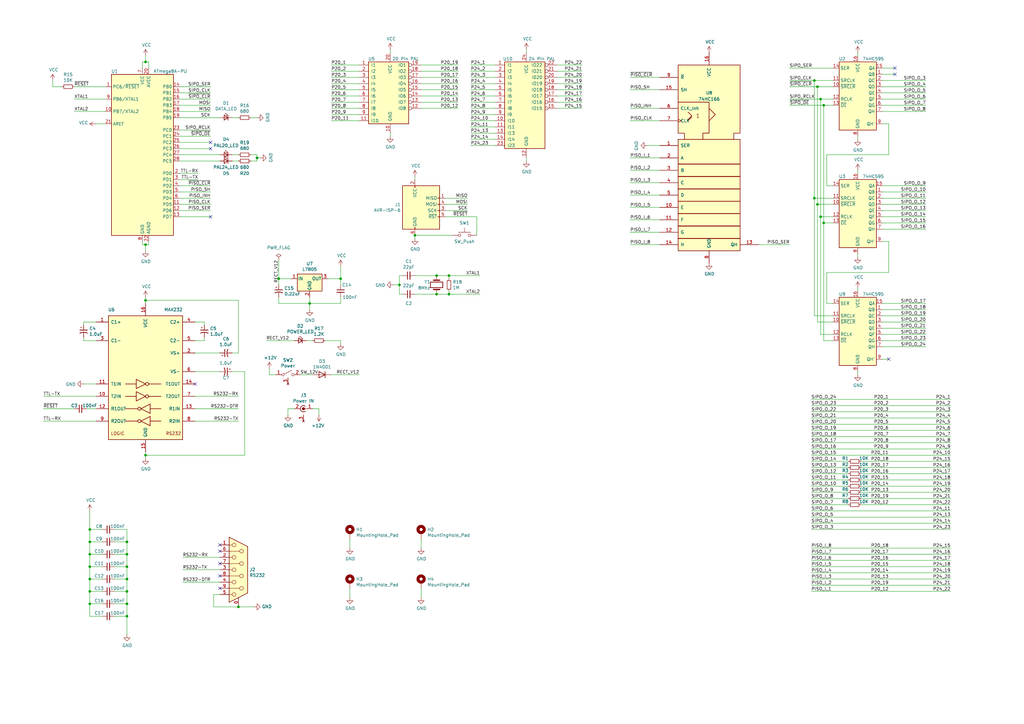
<source format=kicad_sch>
(kicad_sch (version 20230121) (generator eeschema)
  (paper "A3")
  (title_block (title "DuPAL"))
  (lib_symbols
    (symbol "74xx:74HC595"
      (property "Reference" "U" (at -7.62 13.97 0))
      (property "Value" "74HC595" (at -7.62 -16.51 0))
      (symbol "74HC595_1_0"
        (pin tri_state line (at 10.16 7.62 180) (length 2.54) (name "QB") (number "1"))
        (pin input line (at -10.16 2.54 0) (length 2.54) (name "~{SRCLR}") (number "10"))
        (pin input line (at -10.16 5.08 0) (length 2.54) (name "SRCLK") (number "11"))
        (pin input line (at -10.16 -2.54 0) (length 2.54) (name "RCLK") (number "12"))
        (pin input line (at -10.16 -5.08 0) (length 2.54) (name "~{OE}") (number "13"))
        (pin input line (at -10.16 10.16 0) (length 2.54) (name "SER") (number "14"))
        (pin tri_state line (at 10.16 10.16 180) (length 2.54) (name "QA") (number "15"))
        (pin power_in line (at 0 15.24 270) (length 2.54) (name "VCC") (number "16"))
        (pin tri_state line (at 10.16 5.08 180) (length 2.54) (name "QC") (number "2"))
        (pin tri_state line (at 10.16 2.54 180) (length 2.54) (name "QD") (number "3"))
        (pin tri_state line (at 10.16 0 180) (length 2.54) (name "QE") (number "4"))
        (pin tri_state line (at 10.16 -2.54 180) (length 2.54) (name "QF") (number "5"))
        (pin tri_state line (at 10.16 -5.08 180) (length 2.54) (name "QG") (number "6"))
        (pin tri_state line (at 10.16 -7.62 180) (length 2.54) (name "QH") (number "7"))
        (pin power_in line (at 0 -17.78 90) (length 2.54) (name "GND") (number "8"))
        (pin output line (at 10.16 -12.7 180) (length 2.54) (name "QH'") (number "9"))
      )
    )
    (symbol "74xx_IEEE:74166" (pin_names (offset 1.016))
      (property "Reference" "U8" (at 0 21.59 0))
      (property "Value" "74HC166" (at 0 19.05 0))
      (symbol "74166_0_0"
        (text "1" (at -4.572 12.192 0) (effects (font (size 1.524 1.524))))
      )
      (symbol "74166_0_1"
        (pin power_in line (at 0 -48.26 90) (length 5.08) (name "GND") (number "8"))
      )
      (symbol "74166_1_1"
        (pin input line (at -20.32 0 0) (length 7.62) (name "SER") (number "1"))
        (pin input line (at -20.32 -25.4 0) (length 7.62) (name "E") (number "10"))
        (pin input line (at -20.32 -30.48 0) (length 7.62) (name "F") (number "11"))
        (pin input line (at -20.32 -35.56 0) (length 7.62) (name "G") (number "12"))
        (pin tri_state line (at 20.32 -40.64 180) (length 7.62) (name "QH") (number "13"))
        (pin input line (at -20.32 -40.64 0) (length 7.62) (name "H") (number "14"))
        (pin input line (at -20.32 22.86 0) (length 7.62) (name "SH") (number "15"))
        (pin power_in line (at 0 38.1 270) (length 5.08) (name "VCC") (number "16"))
        (pin input line (at -20.32 -5.08 0) (length 7.62) (name "A") (number "2"))
        (pin input line (at -20.32 -10.16 0) (length 7.62) (name "B") (number "3"))
        (pin input line (at -20.32 -15.24 0) (length 7.62) (name "C") (number "4"))
        (pin input line (at -20.32 -20.32 0) (length 7.62) (name "D") (number "5"))
        (pin input line (at -20.32 15.24 0) (length 7.62) (name "CLK_Inh") (number "6"))
        (pin input clock (at -20.32 10.16 0) (length 7.62) (name "CLK") (number "7"))
        (pin input line (at -20.32 27.94 0) (length 7.62) (name "~{R}") (number "9"))
      )
    )
    (symbol "Connector:AVR-ISP-6" (pin_names (offset 1.016))
      (property "Reference" "J" (at -6.35 11.43 0))
      (property "Value" "AVR-ISP-6" (at 0 11.43 0))
      (symbol "AVR-ISP-6_1_1"
        (pin passive line (at 10.16 5.08 180) (length 2.54) (name "MISO") (number "1"))
        (pin passive line (at -2.54 12.7 270) (length 2.54) (name "VCC") (number "2"))
        (pin passive line (at 10.16 0 180) (length 2.54) (name "SCK") (number "3"))
        (pin passive line (at 10.16 2.54 180) (length 2.54) (name "MOSI") (number "4"))
        (pin passive line (at 10.16 -2.54 180) (length 2.54) (name "~{RST}") (number "5"))
        (pin passive line (at -2.54 -10.16 90) (length 2.54) (name "GND") (number "6"))
      )
    )
    (symbol "Connector:Conn_Coaxial_Power" (pin_names (offset 1.016) hide)
      (property "Reference" "J3" (at -5.5118 -1.27 90))
      (property "Value" "Power IN" (at -3.2004 -1.27 90))
      (symbol "Conn_Coaxial_Power_1_1"
        (pin passive line (at 0 2.54 270) (length 2.54) (name "In") (number "1"))
        (pin passive line (at 0 -5.08 90) (length 2.54) (name "Ext") (number "2"))
        (pin no_connect line (at 5.08 -1.27 180) (length 2.54) (name "") (number "3"))
      )
    )
    (symbol "Connector:DE9_Receptacle_MountingHoles" (pin_names (offset 1.016) hide)
      (property "Reference" "J" (at 0 16.51 0))
      (property "Value" "DE9_Receptacle_MountingHoles" (at 0 14.605 0))
      (symbol "DE9_Receptacle_MountingHoles_1_1"
        (pin passive line (at 0 -15.24 90) (length 3.81) (name "PAD") (number "0"))
        (pin passive line (at -7.62 10.16 0) (length 3.81) (name "1") (number "1"))
        (pin passive line (at -7.62 5.08 0) (length 3.81) (name "2") (number "2"))
        (pin passive line (at -7.62 0 0) (length 3.81) (name "3") (number "3"))
        (pin passive line (at -7.62 -5.08 0) (length 3.81) (name "4") (number "4"))
        (pin passive line (at -7.62 -10.16 0) (length 3.81) (name "5") (number "5"))
        (pin passive line (at -7.62 7.62 0) (length 3.81) (name "6") (number "6"))
        (pin passive line (at -7.62 2.54 0) (length 3.81) (name "7") (number "7"))
        (pin passive line (at -7.62 -2.54 0) (length 3.81) (name "8") (number "8"))
        (pin passive line (at -7.62 -7.62 0) (length 3.81) (name "9") (number "9"))
      )
    )
    (symbol "Device:C_Polarized_Small_US" (pin_numbers hide) (pin_names (offset 0.254) hide)
      (property "Reference" "C" (at 0.254 1.778 0))
      (property "Value" "C_Polarized_Small_US" (at 0.254 -2.032 0))
      (symbol "C_Polarized_Small_US_1_1"
        (pin passive line (at 0 2.54 270) (length 2.032) (name "~") (number "1"))
        (pin passive line (at 0 -2.54 90) (length 2.032) (name "~") (number "2"))
      )
    )
    (symbol "Device:C_Small" (pin_numbers hide) (pin_names (offset 0.254) hide)
      (property "Reference" "C" (at 0.254 1.778 0))
      (property "Value" "C_Small" (at 0.254 -2.032 0))
      (symbol "C_Small_1_1"
        (pin passive line (at 0 2.54 270) (length 2.032) (name "~") (number "1"))
        (pin passive line (at 0 -2.54 90) (length 2.032) (name "~") (number "2"))
      )
    )
    (symbol "Device:Crystal" (pin_numbers hide) (pin_names (offset 1.016) hide)
      (property "Reference" "Y" (at 0 3.81 0))
      (property "Value" "Crystal" (at 0 -3.81 0))
      (symbol "Crystal_1_1"
        (pin passive line (at -3.81 0 0) (length 1.27) (name "1") (number "1"))
        (pin passive line (at 3.81 0 180) (length 1.27) (name "2") (number "2"))
      )
    )
    (symbol "Device:LED_Small" (pin_numbers hide) (pin_names (offset 0.254) hide)
      (property "Reference" "D" (at -1.27 3.175 0))
      (property "Value" "LED_Small" (at -4.445 -2.54 0))
      (symbol "LED_Small_1_1"
        (pin passive line (at -2.54 0 0) (length 1.778) (name "K") (number "1"))
        (pin passive line (at 2.54 0 180) (length 1.778) (name "A") (number "2"))
      )
    )
    (symbol "Device:R_Small" (pin_numbers hide) (pin_names (offset 0.254) hide)
      (property "Reference" "R" (at 0.762 0.508 0))
      (property "Value" "R_Small" (at 0.762 -1.016 0))
      (symbol "R_Small_1_1"
        (pin passive line (at 0 2.54 270) (length 0.762) (name "~") (number "1"))
        (pin passive line (at 0 -2.54 90) (length 0.762) (name "~") (number "2"))
      )
    )
    (symbol "Diode:1N4001" (pin_numbers hide) (pin_names hide)
      (property "Reference" "D" (at 0 2.54 0))
      (property "Value" "1N4001" (at 0 -2.54 0))
      (symbol "1N4001_1_1"
        (pin passive line (at -3.81 0 0) (length 2.54) (name "K") (number "1"))
        (pin passive line (at 3.81 0 180) (length 2.54) (name "A") (number "2"))
      )
    )
    (symbol "Interface_UART:MAX232" (pin_names (offset 1.016))
      (property "Reference" "U" (at -2.54 28.575 0))
      (property "Value" "MAX232" (at -2.54 26.67 0))
      (symbol "MAX232_0_0"
        (text "LOGIC" (at -11.43 -22.86 0) (effects (font (size 1.27 1.27))))
        (text "RS232" (at 11.43 -22.86 0) (effects (font (size 1.27 1.27))))
      )
      (symbol "MAX232_1_1"
        (pin passive line (at -20.32 22.86 0) (length 5.08) (name "C1+") (number "1"))
        (pin input line (at -20.32 -7.62 0) (length 5.08) (name "T2IN") (number "10"))
        (pin input line (at -20.32 -2.54 0) (length 5.08) (name "T1IN") (number "11"))
        (pin output line (at -20.32 -12.7 0) (length 5.08) (name "R1OUT") (number "12"))
        (pin input line (at 20.32 -12.7 180) (length 5.08) (name "R1IN") (number "13"))
        (pin output line (at 20.32 -2.54 180) (length 5.08) (name "T1OUT") (number "14"))
        (pin power_in line (at 0 -30.48 90) (length 5.08) (name "GND") (number "15"))
        (pin power_in line (at 0 30.48 270) (length 5.08) (name "VCC") (number "16"))
        (pin power_out line (at 20.32 10.16 180) (length 5.08) (name "VS+") (number "2"))
        (pin passive line (at -20.32 15.24 0) (length 5.08) (name "C1-") (number "3"))
        (pin passive line (at 20.32 22.86 180) (length 5.08) (name "C2+") (number "4"))
        (pin passive line (at 20.32 15.24 180) (length 5.08) (name "C2-") (number "5"))
        (pin power_out line (at 20.32 2.54 180) (length 5.08) (name "VS-") (number "6"))
        (pin output line (at 20.32 -7.62 180) (length 5.08) (name "T2OUT") (number "7"))
        (pin input line (at 20.32 -17.78 180) (length 5.08) (name "R2IN") (number "8"))
        (pin output line (at -20.32 -17.78 0) (length 5.08) (name "R2OUT") (number "9"))
      )
    )
    (symbol "Logic_Programmable:PAL16L8" (pin_names (offset 1.016))
      (property "Reference" "U" (at -8.89 16.51 0))
      (property "Value" "PAL16L8" (at 1.27 16.51 0))
      (symbol "PAL16L8_0_0"
        (pin power_in line (at 0 -15.24 90) (length 3.81) (name "GND") (number "10"))
        (pin power_in line (at 0 17.78 270) (length 3.81) (name "VCC") (number "20"))
      )
      (symbol "PAL16L8_1_1"
        (pin input line (at -12.7 12.7 0) (length 3.81) (name "I1") (number "1"))
        (pin input line (at -12.7 -10.16 0) (length 3.81) (name "I10") (number "11"))
        (pin tri_state inverted (at 12.7 -5.08 180) (length 5.08) (name "IO8") (number "12"))
        (pin tri_state inverted (at 12.7 -2.54 180) (length 5.08) (name "IO7") (number "13"))
        (pin tri_state inverted (at 12.7 0 180) (length 5.08) (name "IO6") (number "14"))
        (pin tri_state inverted (at 12.7 2.54 180) (length 5.08) (name "IO5") (number "15"))
        (pin tri_state inverted (at 12.7 5.08 180) (length 5.08) (name "IO4") (number "16"))
        (pin tri_state inverted (at 12.7 7.62 180) (length 5.08) (name "I03") (number "17"))
        (pin tri_state inverted (at 12.7 10.16 180) (length 5.08) (name "IO2") (number "18"))
        (pin tri_state inverted (at 12.7 12.7 180) (length 5.08) (name "IO1") (number "19"))
        (pin input line (at -12.7 10.16 0) (length 3.81) (name "I2") (number "2"))
        (pin input line (at -12.7 7.62 0) (length 3.81) (name "I3") (number "3"))
        (pin input line (at -12.7 5.08 0) (length 3.81) (name "I4") (number "4"))
        (pin input line (at -12.7 2.54 0) (length 3.81) (name "I5") (number "5"))
        (pin input line (at -12.7 0 0) (length 3.81) (name "I6") (number "6"))
        (pin input line (at -12.7 -2.54 0) (length 3.81) (name "I7") (number "7"))
        (pin input line (at -12.7 -5.08 0) (length 3.81) (name "I8") (number "8"))
        (pin input line (at -12.7 -7.62 0) (length 3.81) (name "I9") (number "9"))
      )
    )
    (symbol "Logic_Programmable:PAL20L8" (pin_names (offset 1.016))
      (property "Reference" "U" (at -8.89 21.59 0))
      (property "Value" "PAL20L8" (at 1.27 21.59 0))
      (symbol "PAL20L8_0_0"
        (pin power_in line (at 0 -20.32 90) (length 3.81) (name "GND") (number "12"))
        (pin power_in line (at 0 22.86 270) (length 3.81) (name "VCC") (number "24"))
      )
      (symbol "PAL20L8_1_1"
        (pin input line (at -12.7 17.78 0) (length 3.81) (name "I1") (number "1"))
        (pin input line (at -12.7 -5.08 0) (length 3.81) (name "I10") (number "10"))
        (pin input line (at -12.7 -7.62 0) (length 3.81) (name "I11") (number "11"))
        (pin input line (at -12.7 -10.16 0) (length 3.81) (name "I13") (number "13"))
        (pin input line (at -12.7 -12.7 0) (length 3.81) (name "I14") (number "14"))
        (pin tri_state inverted (at 12.7 0 180) (length 5.08) (name "IO15") (number "15"))
        (pin tri_state inverted (at 12.7 2.54 180) (length 5.08) (name "IO16") (number "16"))
        (pin tri_state inverted (at 12.7 5.08 180) (length 5.08) (name "IO17") (number "17"))
        (pin tri_state inverted (at 12.7 7.62 180) (length 5.08) (name "IO18") (number "18"))
        (pin tri_state inverted (at 12.7 10.16 180) (length 5.08) (name "IO19") (number "19"))
        (pin input line (at -12.7 15.24 0) (length 3.81) (name "I2") (number "2"))
        (pin tri_state inverted (at 12.7 12.7 180) (length 5.08) (name "I020") (number "20"))
        (pin tri_state inverted (at 12.7 15.24 180) (length 5.08) (name "IO21") (number "21"))
        (pin tri_state inverted (at 12.7 17.78 180) (length 5.08) (name "IO22") (number "22"))
        (pin input line (at -12.7 -15.24 0) (length 3.81) (name "I23") (number "23"))
        (pin input line (at -12.7 12.7 0) (length 3.81) (name "I3") (number "3"))
        (pin input line (at -12.7 10.16 0) (length 3.81) (name "I4") (number "4"))
        (pin input line (at -12.7 7.62 0) (length 3.81) (name "I5") (number "5"))
        (pin input line (at -12.7 5.08 0) (length 3.81) (name "I6") (number "6"))
        (pin input line (at -12.7 2.54 0) (length 3.81) (name "I7") (number "7"))
        (pin input line (at -12.7 0 0) (length 3.81) (name "I8") (number "8"))
        (pin input line (at -12.7 -2.54 0) (length 3.81) (name "I9") (number "9"))
      )
    )
    (symbol "MCU_Microchip_ATmega:ATmega8A-P"
      (property "Reference" "U" (at -12.7 34.29 0))
      (property "Value" "ATmega8A-P" (at 5.08 -34.29 0))
      (symbol "ATmega8A-P_1_1"
        (pin bidirectional line (at -15.24 27.94 0) (length 2.54) (name "PC6/~{RESET}") (number "1"))
        (pin bidirectional line (at -15.24 17.78 0) (length 2.54) (name "PB7/XTAL2") (number "10"))
        (pin bidirectional line (at 15.24 -20.32 180) (length 2.54) (name "PD5") (number "11"))
        (pin bidirectional line (at 15.24 -22.86 180) (length 2.54) (name "PD6") (number "12"))
        (pin bidirectional line (at 15.24 -25.4 180) (length 2.54) (name "PD7") (number "13"))
        (pin bidirectional line (at 15.24 27.94 180) (length 2.54) (name "PB0") (number "14"))
        (pin bidirectional line (at 15.24 25.4 180) (length 2.54) (name "PB1") (number "15"))
        (pin bidirectional line (at 15.24 22.86 180) (length 2.54) (name "PB2") (number "16"))
        (pin bidirectional line (at 15.24 20.32 180) (length 2.54) (name "PB3") (number "17"))
        (pin bidirectional line (at 15.24 17.78 180) (length 2.54) (name "PB4") (number "18"))
        (pin bidirectional line (at 15.24 15.24 180) (length 2.54) (name "PB5") (number "19"))
        (pin bidirectional line (at 15.24 -7.62 180) (length 2.54) (name "PD0") (number "2"))
        (pin power_in line (at 2.54 35.56 270) (length 2.54) (name "AVCC") (number "20"))
        (pin passive line (at -15.24 12.7 0) (length 2.54) (name "AREF") (number "21"))
        (pin power_in line (at 2.54 -35.56 90) (length 2.54) (name "AGND") (number "22"))
        (pin bidirectional line (at 15.24 10.16 180) (length 2.54) (name "PC0") (number "23"))
        (pin bidirectional line (at 15.24 7.62 180) (length 2.54) (name "PC1") (number "24"))
        (pin bidirectional line (at 15.24 5.08 180) (length 2.54) (name "PC2") (number "25"))
        (pin bidirectional line (at 15.24 2.54 180) (length 2.54) (name "PC3") (number "26"))
        (pin bidirectional line (at 15.24 0 180) (length 2.54) (name "PC4") (number "27"))
        (pin bidirectional line (at 15.24 -2.54 180) (length 2.54) (name "PC5") (number "28"))
        (pin bidirectional line (at 15.24 -10.16 180) (length 2.54) (name "PD1") (number "3"))
        (pin bidirectional line (at 15.24 -12.7 180) (length 2.54) (name "PD2") (number "4"))
        (pin bidirectional line (at 15.24 -15.24 180) (length 2.54) (name "PD3") (number "5"))
        (pin bidirectional line (at 15.24 -17.78 180) (length 2.54) (name "PD4") (number "6"))
        (pin power_in line (at 0 35.56 270) (length 2.54) (name "VCC") (number "7"))
        (pin power_in line (at 0 -35.56 90) (length 2.54) (name "GND") (number "8"))
        (pin bidirectional line (at -15.24 22.86 0) (length 2.54) (name "PB6/XTAL1") (number "9"))
      )
    )
    (symbol "Mechanical:MountingHole_Pad" (pin_numbers hide) (pin_names (offset 1.016) hide)
      (property "Reference" "H" (at 0 6.35 0))
      (property "Value" "MountingHole_Pad" (at 0 4.445 0))
      (symbol "MountingHole_Pad_1_1"
        (pin input line (at 0 -2.54 90) (length 2.54) (name "1") (number "1"))
      )
    )
    (symbol "Regulator_Linear:L7805" (pin_names (offset 0.254))
      (property "Reference" "U" (at -3.81 3.175 0))
      (property "Value" "L7805" (at 0 3.175 0))
      (symbol "L7805_1_1"
        (pin power_in line (at -7.62 0 0) (length 2.54) (name "IN") (number "1"))
        (pin power_in line (at 0 -7.62 90) (length 2.54) (name "GND") (number "2"))
        (pin power_out line (at 7.62 0 180) (length 2.54) (name "OUT") (number "3"))
      )
    )
    (symbol "Switch:SW_Push" (pin_numbers hide) (pin_names (offset 1.016) hide)
      (property "Reference" "SW" (at 1.27 2.54 0))
      (property "Value" "SW_Push" (at 0 -1.524 0))
      (symbol "SW_Push_0_1"
        (pin passive line (at -5.08 0 0) (length 2.54) (name "1") (number "1"))
        (pin passive line (at 5.08 0 180) (length 2.54) (name "2") (number "2"))
      )
    )
    (symbol "Switch:SW_SPST" (pin_names (offset 0) hide)
      (property "Reference" "SW2" (at 0 5.969 0))
      (property "Value" "Power" (at 0 3.6576 0))
      (symbol "SW_SPST_1_1"
        (pin passive line (at -5.08 0 0) (length 2.54) (name "A") (number "1"))
        (pin passive line (at 5.08 0 180) (length 2.54) (name "B") (number "2"))
        (pin no_connect line (at 0 -3.81 90) (length 2.54) (name "") (number "3"))
      )
    )
    (symbol "power:+12V" (power) (pin_names (offset 0))
      (property "Value" "+12V" (at 0 3.556 0))
      (symbol "+12V_1_1"
        (pin power_in line (at 0 0 90) (length 0) hide (name "+12V") (number "1"))
      )
    )
    (symbol "power:GND" (power) (pin_names (offset 0))
      (property "Value" "GND" (at 0 -3.81 0))
      (symbol "GND_1_1"
        (pin power_in line (at 0 0 270) (length 0) hide (name "GND") (number "1"))
      )
    )
    (symbol "power:PWR_FLAG" (power) (pin_numbers hide) (pin_names (offset 0) hide)
      (property "Value" "PWR_FLAG" (at 0 3.81 0))
      (symbol "PWR_FLAG_0_0"
        (pin power_out line (at 0 0 90) (length 0) (name "pwr") (number "1"))
      )
    )
    (symbol "power:VCC" (power) (pin_names (offset 0))
      (property "Value" "VCC" (at 0 3.81 0))
      (symbol "VCC_1_1"
        (pin power_in line (at 0 0 90) (length 0) hide (name "VCC") (number "1"))
      )
    )
  )
  (junction (at 36.83 227.33))
  (junction (at 170.18 96.52))
  (junction (at 105.41 64.77))
  (junction (at 52.07 227.33))
  (junction (at 59.69 25.4))
  (junction (at 336.55 88.9))
  (junction (at 97.79 248.92))
  (junction (at 36.83 247.65))
  (junction (at 163.83 116.84))
  (junction (at 36.83 242.57))
  (junction (at 114.3 114.3))
  (junction (at 36.83 222.25))
  (junction (at 334.01 81.28))
  (junction (at 52.07 242.57))
  (junction (at 52.07 247.65))
  (junction (at 335.28 35.56))
  (junction (at 139.7 114.3))
  (junction (at 52.07 222.25))
  (junction (at 52.07 237.49))
  (junction (at 337.82 91.44))
  (junction (at 59.69 123.19))
  (junction (at 52.07 232.41))
  (junction (at 36.83 232.41))
  (junction (at 52.07 252.73))
  (junction (at 36.83 237.49))
  (junction (at 335.28 83.82))
  (junction (at 127 124.46))
  (junction (at 179.07 120.65))
  (junction (at 334.01 33.02))
  (junction (at 36.83 217.17))
  (junction (at 184.15 120.65))
  (junction (at 337.82 43.18))
  (junction (at 184.15 113.03))
  (junction (at 179.07 113.03))
  (junction (at 59.69 186.69))
  (junction (at 336.55 40.64))
  (junction (at 59.69 100.33))
  (no_connect (at 90.17 241.3))
  (no_connect (at 86.36 88.9))
  (no_connect (at 86.36 60.96))
  (no_connect (at 367.03 27.94))
  (no_connect (at 90.17 226.06))
  (no_connect (at 367.03 30.48))
  (no_connect (at 90.17 223.52))
  (no_connect (at 80.01 157.48))
  (no_connect (at 86.36 58.42))
  (no_connect (at 90.17 231.14))
  (no_connect (at 90.17 236.22))
  (no_connect (at 364.49 147.32))
  (wire (pts (xy 228.6 44.45) (xy 238.76 44.45)))
  (wire (pts (xy 351.79 55.88) (xy 351.79 57.15)))
  (wire (pts (xy 367.03 27.94) (xy 361.95 27.94)))
  (wire (pts (xy 97.79 48.26) (xy 95.25 48.26)))
  (wire (pts (xy 172.72 39.37) (xy 187.96 39.37)))
  (wire (pts (xy 361.95 147.32) (xy 364.49 147.32)))
  (wire (pts (xy 332.74 173.99) (xy 389.89 173.99)))
  (wire (pts (xy 332.74 179.07) (xy 389.89 179.07)))
  (wire (pts (xy 336.55 137.16) (xy 341.63 137.16)))
  (wire (pts (xy 361.95 129.54) (xy 379.73 129.54)))
  (wire (pts (xy 258.445 31.75) (xy 270.51 31.75)))
  (wire (pts (xy 97.79 144.78) (xy 95.25 144.78)))
  (wire (pts (xy 43.18 50.8) (xy 39.37 50.8)))
  (wire (pts (xy 258.445 49.53) (xy 270.51 49.53)))
  (wire (pts (xy 172.72 241.3) (xy 172.72 245.11)))
  (wire (pts (xy 172.72 34.29) (xy 187.96 34.29)))
  (wire (pts (xy 335.28 35.56) (xy 323.85 35.56)))
  (wire (pts (xy 337.82 139.7) (xy 337.82 91.44)))
  (wire (pts (xy 73.66 73.66) (xy 81.28 73.66)))
  (wire (pts (xy 59.69 121.92) (xy 59.69 123.19)))
  (wire (pts (xy 311.15 100.33) (xy 323.85 100.33)))
  (wire (pts (xy 339.09 124.46) (xy 339.09 111.76)))
  (wire (pts (xy 361.95 127) (xy 379.73 127)))
  (wire (pts (xy 73.66 63.5) (xy 90.17 63.5)))
  (wire (pts (xy 361.95 139.7) (xy 379.73 139.7)))
  (wire (pts (xy 203.2 49.53) (xy 193.04 49.53)))
  (wire (pts (xy 203.2 52.07) (xy 193.04 52.07)))
  (wire (pts (xy 332.74 171.45) (xy 389.89 171.45)))
  (wire (pts (xy 203.2 59.69) (xy 193.04 59.69)))
  (wire (pts (xy 361.95 35.56) (xy 379.73 35.56)))
  (wire (pts (xy 160.02 20.32) (xy 160.02 21.59)))
  (wire (pts (xy 203.2 34.29) (xy 193.04 34.29)))
  (wire (pts (xy 95.25 152.4) (xy 100.33 152.4)))
  (wire (pts (xy 361.95 99.06) (xy 364.49 99.06)))
  (wire (pts (xy 52.07 227.33) (xy 52.07 232.41)))
  (wire (pts (xy 332.74 237.49) (xy 389.89 237.49)))
  (wire (pts (xy 361.95 137.16) (xy 379.73 137.16)))
  (wire (pts (xy 143.51 220.98) (xy 143.51 224.79)))
  (wire (pts (xy 334.01 129.54) (xy 334.01 81.28)))
  (wire (pts (xy 258.445 95.25) (xy 270.51 95.25)))
  (wire (pts (xy 182.88 86.36) (xy 191.77 86.36)))
  (wire (pts (xy 353.06 201.93) (xy 389.89 201.93)))
  (wire (pts (xy 58.42 100.33) (xy 59.69 100.33)))
  (wire (pts (xy 83.82 138.43) (xy 83.82 139.7)))
  (wire (pts (xy 147.32 26.67) (xy 135.89 26.67)))
  (wire (pts (xy 258.445 69.85) (xy 270.51 69.85)))
  (wire (pts (xy 59.69 123.19) (xy 59.69 124.46)))
  (wire (pts (xy 341.63 76.2) (xy 339.09 76.2)))
  (wire (pts (xy 41.91 252.73) (xy 36.83 252.73)))
  (wire (pts (xy 97.79 248.92) (xy 104.14 248.92)))
  (wire (pts (xy 59.69 100.33) (xy 60.96 100.33)))
  (wire (pts (xy 60.96 100.33) (xy 60.96 99.06)))
  (wire (pts (xy 127 121.92) (xy 127 124.46)))
  (wire (pts (xy 41.91 222.25) (xy 36.83 222.25)))
  (wire (pts (xy 41.91 237.49) (xy 36.83 237.49)))
  (wire (pts (xy 203.2 57.15) (xy 193.04 57.15)))
  (wire (pts (xy 334.01 33.02) (xy 334.01 81.28)))
  (wire (pts (xy 100.33 152.4) (xy 100.33 186.69)))
  (wire (pts (xy 147.32 36.83) (xy 135.89 36.83)))
  (wire (pts (xy 36.83 217.17) (xy 36.83 209.55)))
  (wire (pts (xy 90.17 144.78) (xy 80.01 144.78)))
  (wire (pts (xy 90.17 243.84) (xy 87.63 243.84)))
  (wire (pts (xy 127 124.46) (xy 139.7 124.46)))
  (wire (pts (xy 258.445 74.93) (xy 270.51 74.93)))
  (wire (pts (xy 215.9 64.77) (xy 215.9 66.04)))
  (wire (pts (xy 59.69 185.42) (xy 59.69 186.69)))
  (wire (pts (xy 52.07 252.73) (xy 52.07 260.35)))
  (wire (pts (xy 184.15 120.65) (xy 196.85 120.65)))
  (wire (pts (xy 100.33 186.69) (xy 59.69 186.69)))
  (wire (pts (xy 195.58 88.9) (xy 195.58 96.52)))
  (wire (pts (xy 351.79 21.59) (xy 351.79 22.86)))
  (wire (pts (xy 351.79 104.14) (xy 351.79 105.41)))
  (wire (pts (xy 361.95 43.18) (xy 379.73 43.18)))
  (wire (pts (xy 52.07 242.57) (xy 52.07 247.65)))
  (wire (pts (xy 361.95 40.64) (xy 379.73 40.64)))
  (wire (pts (xy 334.01 81.28) (xy 341.63 81.28)))
  (wire (pts (xy 337.82 139.7) (xy 341.63 139.7)))
  (wire (pts (xy 60.96 25.4) (xy 60.96 27.94)))
  (wire (pts (xy 332.74 209.55) (xy 389.89 209.55)))
  (wire (pts (xy 46.99 252.73) (xy 52.07 252.73)))
  (wire (pts (xy 34.29 138.43) (xy 34.29 139.7)))
  (wire (pts (xy 258.445 80.01) (xy 270.51 80.01)))
  (wire (pts (xy 361.95 38.1) (xy 379.73 38.1)))
  (wire (pts (xy 172.72 36.83) (xy 187.96 36.83)))
  (wire (pts (xy 39.37 162.56) (xy 17.78 162.56)))
  (wire (pts (xy 114.3 124.46) (xy 127 124.46)))
  (wire (pts (xy 258.445 90.17) (xy 270.51 90.17)))
  (wire (pts (xy 184.15 113.03) (xy 196.85 113.03)))
  (wire (pts (xy 361.95 91.44) (xy 379.73 91.44)))
  (wire (pts (xy 73.66 40.64) (xy 86.36 40.64)))
  (wire (pts (xy 135.89 153.67) (xy 147.32 153.67)))
  (wire (pts (xy 123.19 153.67) (xy 128.27 153.67)))
  (wire (pts (xy 105.41 64.77) (xy 106.68 64.77)))
  (wire (pts (xy 36.83 242.57) (xy 36.83 247.65)))
  (wire (pts (xy 228.6 39.37) (xy 238.76 39.37)))
  (wire (pts (xy 43.18 40.64) (xy 30.48 40.64)))
  (wire (pts (xy 170.18 120.65) (xy 179.07 120.65)))
  (wire (pts (xy 36.83 232.41) (xy 36.83 227.33)))
  (wire (pts (xy 73.66 66.04) (xy 90.17 66.04)))
  (wire (pts (xy 203.2 31.75) (xy 193.04 31.75)))
  (wire (pts (xy 80.01 162.56) (xy 97.79 162.56)))
  (wire (pts (xy 361.95 33.02) (xy 379.73 33.02)))
  (wire (pts (xy 52.07 232.41) (xy 52.07 237.49)))
  (wire (pts (xy 332.74 204.47) (xy 347.98 204.47)))
  (wire (pts (xy 203.2 29.21) (xy 193.04 29.21)))
  (wire (pts (xy 341.63 35.56) (xy 335.28 35.56)))
  (wire (pts (xy 361.95 88.9) (xy 379.73 88.9)))
  (wire (pts (xy 361.95 142.24) (xy 379.73 142.24)))
  (wire (pts (xy 334.01 129.54) (xy 341.63 129.54)))
  (wire (pts (xy 361.95 124.46) (xy 379.73 124.46)))
  (wire (pts (xy 335.28 132.08) (xy 335.28 83.82)))
  (wire (pts (xy 336.55 40.64) (xy 323.85 40.64)))
  (wire (pts (xy 258.445 36.83) (xy 270.51 36.83)))
  (wire (pts (xy 143.51 241.3) (xy 143.51 245.11)))
  (wire (pts (xy 332.74 186.69) (xy 389.89 186.69)))
  (wire (pts (xy 41.91 227.33) (xy 36.83 227.33)))
  (wire (pts (xy 332.74 234.95) (xy 389.89 234.95)))
  (wire (pts (xy 163.83 113.03) (xy 163.83 116.84)))
  (wire (pts (xy 139.7 116.84) (xy 139.7 114.3)))
  (wire (pts (xy 73.66 83.82) (xy 86.36 83.82)))
  (wire (pts (xy 118.11 170.18) (xy 118.11 167.64)))
  (wire (pts (xy 361.95 134.62) (xy 379.73 134.62)))
  (wire (pts (xy 332.74 194.31) (xy 347.98 194.31)))
  (wire (pts (xy 335.28 35.56) (xy 335.28 83.82)))
  (wire (pts (xy 203.2 26.67) (xy 193.04 26.67)))
  (wire (pts (xy 130.81 167.64) (xy 130.81 170.18)))
  (wire (pts (xy 73.66 71.12) (xy 81.28 71.12)))
  (wire (pts (xy 58.42 25.4) (xy 59.69 25.4)))
  (wire (pts (xy 147.32 31.75) (xy 135.89 31.75)))
  (wire (pts (xy 52.07 222.25) (xy 52.07 227.33)))
  (wire (pts (xy 97.79 63.5) (xy 95.25 63.5)))
  (wire (pts (xy 332.74 201.93) (xy 347.98 201.93)))
  (wire (pts (xy 341.63 43.18) (xy 337.82 43.18)))
  (wire (pts (xy 361.95 45.72) (xy 379.73 45.72)))
  (wire (pts (xy 97.79 66.04) (xy 95.25 66.04)))
  (wire (pts (xy 46.99 217.17) (xy 52.07 217.17)))
  (wire (pts (xy 332.74 181.61) (xy 389.89 181.61)))
  (wire (pts (xy 36.83 252.73) (xy 36.83 247.65)))
  (wire (pts (xy 34.29 157.48) (xy 39.37 157.48)))
  (wire (pts (xy 182.88 83.82) (xy 191.77 83.82)))
  (wire (pts (xy 228.6 36.83) (xy 238.76 36.83)))
  (wire (pts (xy 353.06 207.01) (xy 389.89 207.01)))
  (wire (pts (xy 21.59 33.02) (xy 21.59 35.56)))
  (wire (pts (xy 165.1 113.03) (xy 163.83 113.03)))
  (wire (pts (xy 228.6 29.21) (xy 238.76 29.21)))
  (wire (pts (xy 58.42 99.06) (xy 58.42 100.33)))
  (wire (pts (xy 73.66 45.72) (xy 86.36 45.72)))
  (wire (pts (xy 58.42 27.94) (xy 58.42 25.4)))
  (wire (pts (xy 73.66 43.18) (xy 86.36 43.18)))
  (wire (pts (xy 46.99 227.33) (xy 52.07 227.33)))
  (wire (pts (xy 332.74 224.79) (xy 389.89 224.79)))
  (wire (pts (xy 341.63 124.46) (xy 339.09 124.46)))
  (wire (pts (xy 339.09 76.2) (xy 339.09 63.5)))
  (wire (pts (xy 73.66 81.28) (xy 86.36 81.28)))
  (wire (pts (xy 341.63 40.64) (xy 336.55 40.64)))
  (wire (pts (xy 133.35 139.7) (xy 139.7 139.7)))
  (wire (pts (xy 21.59 35.56) (xy 25.4 35.56)))
  (wire (pts (xy 87.63 243.84) (xy 87.63 248.92)))
  (wire (pts (xy 46.99 237.49) (xy 52.07 237.49)))
  (wire (pts (xy 114.3 114.3) (xy 119.38 114.3)))
  (wire (pts (xy 147.32 39.37) (xy 135.89 39.37)))
  (wire (pts (xy 59.69 25.4) (xy 59.69 22.86)))
  (wire (pts (xy 336.55 40.64) (xy 336.55 88.9)))
  (wire (pts (xy 337.82 43.18) (xy 337.82 91.44)))
  (wire (pts (xy 332.74 168.91) (xy 389.89 168.91)))
  (wire (pts (xy 160.02 55.88) (xy 160.02 54.61)))
  (wire (pts (xy 41.91 217.17) (xy 36.83 217.17)))
  (wire (pts (xy 110.49 153.67) (xy 113.03 153.67)))
  (wire (pts (xy 170.18 113.03) (xy 179.07 113.03)))
  (wire (pts (xy 46.99 247.65) (xy 52.07 247.65)))
  (wire (pts (xy 147.32 44.45) (xy 135.89 44.45)))
  (wire (pts (xy 203.2 44.45) (xy 193.04 44.45)))
  (wire (pts (xy 353.06 204.47) (xy 389.89 204.47)))
  (wire (pts (xy 361.95 76.2) (xy 379.73 76.2)))
  (wire (pts (xy 147.32 29.21) (xy 135.89 29.21)))
  (wire (pts (xy 52.07 237.49) (xy 52.07 242.57)))
  (wire (pts (xy 332.74 212.09) (xy 389.89 212.09)))
  (wire (pts (xy 172.72 220.98) (xy 172.72 224.79)))
  (wire (pts (xy 228.6 34.29) (xy 238.76 34.29)))
  (wire (pts (xy 361.95 81.28) (xy 379.73 81.28)))
  (wire (pts (xy 147.32 49.53) (xy 135.89 49.53)))
  (wire (pts (xy 36.83 237.49) (xy 36.83 242.57)))
  (wire (pts (xy 163.83 120.65) (xy 165.1 120.65)))
  (wire (pts (xy 353.06 191.77) (xy 389.89 191.77)))
  (wire (pts (xy 184.15 114.3) (xy 184.15 113.03)))
  (wire (pts (xy 147.32 41.91) (xy 135.89 41.91)))
  (wire (pts (xy 361.95 93.98) (xy 379.73 93.98)))
  (wire (pts (xy 139.7 114.3) (xy 139.7 109.22)))
  (wire (pts (xy 361.95 86.36) (xy 379.73 86.36)))
  (wire (pts (xy 332.74 191.77) (xy 347.98 191.77)))
  (wire (pts (xy 97.79 123.19) (xy 97.79 144.78)))
  (wire (pts (xy 265.43 59.69) (xy 270.51 59.69)))
  (wire (pts (xy 337.82 91.44) (xy 341.63 91.44)))
  (wire (pts (xy 109.22 139.7) (xy 120.65 139.7)))
  (wire (pts (xy 73.66 53.34) (xy 86.36 53.34)))
  (wire (pts (xy 367.03 30.48) (xy 361.95 30.48)))
  (wire (pts (xy 353.06 194.31) (xy 389.89 194.31)))
  (wire (pts (xy 353.06 196.85) (xy 389.89 196.85)))
  (wire (pts (xy 341.63 33.02) (xy 334.01 33.02)))
  (wire (pts (xy 34.29 139.7) (xy 39.37 139.7)))
  (wire (pts (xy 364.49 50.8) (xy 361.95 50.8)))
  (wire (pts (xy 35.56 167.64) (xy 39.37 167.64)))
  (wire (pts (xy 351.79 69.85) (xy 351.79 71.12)))
  (wire (pts (xy 228.6 31.75) (xy 238.76 31.75)))
  (wire (pts (xy 332.74 229.87) (xy 389.89 229.87)))
  (wire (pts (xy 80.01 132.08) (xy 83.82 132.08)))
  (wire (pts (xy 34.29 132.08) (xy 39.37 132.08)))
  (wire (pts (xy 114.3 114.3) (xy 114.3 106.68)))
  (wire (pts (xy 335.28 132.08) (xy 341.63 132.08)))
  (wire (pts (xy 39.37 172.72) (xy 17.78 172.72)))
  (wire (pts (xy 46.99 232.41) (xy 52.07 232.41)))
  (wire (pts (xy 172.72 31.75) (xy 187.96 31.75)))
  (wire (pts (xy 73.66 48.26) (xy 90.17 48.26)))
  (wire (pts (xy 83.82 132.08) (xy 83.82 133.35)))
  (wire (pts (xy 73.66 60.96) (xy 86.36 60.96)))
  (wire (pts (xy 332.74 166.37) (xy 389.89 166.37)))
  (wire (pts (xy 334.01 33.02) (xy 323.85 33.02)))
  (wire (pts (xy 332.74 242.57) (xy 389.89 242.57)))
  (wire (pts (xy 172.72 29.21) (xy 187.96 29.21)))
  (wire (pts (xy 203.2 46.99) (xy 193.04 46.99)))
  (wire (pts (xy 179.07 120.65) (xy 184.15 120.65)))
  (wire (pts (xy 52.07 217.17) (xy 52.07 222.25)))
  (wire (pts (xy 351.79 118.11) (xy 351.79 119.38)))
  (wire (pts (xy 73.66 38.1) (xy 86.36 38.1)))
  (wire (pts (xy 73.66 86.36) (xy 86.36 86.36)))
  (wire (pts (xy 52.07 247.65) (xy 52.07 252.73)))
  (wire (pts (xy 361.95 83.82) (xy 379.73 83.82)))
  (wire (pts (xy 353.06 189.23) (xy 389.89 189.23)))
  (wire (pts (xy 128.27 139.7) (xy 125.73 139.7)))
  (wire (pts (xy 59.69 100.33) (xy 59.69 102.87)))
  (wire (pts (xy 139.7 114.3) (xy 134.62 114.3)))
  (wire (pts (xy 73.66 35.56) (xy 86.36 35.56)))
  (wire (pts (xy 228.6 26.67) (xy 238.76 26.67)))
  (wire (pts (xy 182.88 88.9) (xy 195.58 88.9)))
  (wire (pts (xy 147.32 34.29) (xy 135.89 34.29)))
  (wire (pts (xy 73.66 88.9) (xy 86.36 88.9)))
  (wire (pts (xy 332.74 184.15) (xy 389.89 184.15)))
  (wire (pts (xy 36.83 247.65) (xy 41.91 247.65)))
  (wire (pts (xy 184.15 119.38) (xy 184.15 120.65)))
  (wire (pts (xy 139.7 124.46) (xy 139.7 121.92)))
  (wire (pts (xy 102.87 63.5) (xy 105.41 63.5)))
  (wire (pts (xy 46.99 242.57) (xy 52.07 242.57)))
  (wire (pts (xy 332.74 217.17) (xy 389.89 217.17)))
  (wire (pts (xy 364.49 63.5) (xy 364.49 50.8)))
  (wire (pts (xy 110.49 151.13) (xy 110.49 153.67)))
  (wire (pts (xy 105.41 63.5) (xy 105.41 64.77)))
  (wire (pts (xy 80.01 152.4) (xy 90.17 152.4)))
  (wire (pts (xy 332.74 176.53) (xy 389.89 176.53)))
  (wire (pts (xy 80.01 167.64) (xy 97.79 167.64)))
  (wire (pts (xy 258.445 85.09) (xy 270.51 85.09)))
  (wire (pts (xy 34.29 133.35) (xy 34.29 132.08)))
  (wire (pts (xy 128.27 167.64) (xy 130.81 167.64)))
  (wire (pts (xy 361.95 132.08) (xy 379.73 132.08)))
  (wire (pts (xy 215.9 20.32) (xy 215.9 21.59)))
  (wire (pts (xy 118.11 167.64) (xy 120.65 167.64)))
  (wire (pts (xy 339.09 111.76) (xy 364.49 111.76)))
  (wire (pts (xy 339.09 63.5) (xy 364.49 63.5)))
  (wire (pts (xy 172.72 44.45) (xy 187.96 44.45)))
  (wire (pts (xy 337.82 43.18) (xy 323.85 43.18)))
  (wire (pts (xy 102.87 48.26) (xy 105.41 48.26)))
  (wire (pts (xy 203.2 36.83) (xy 193.04 36.83)))
  (wire (pts (xy 41.91 242.57) (xy 36.83 242.57)))
  (wire (pts (xy 59.69 25.4) (xy 60.96 25.4)))
  (wire (pts (xy 36.83 237.49) (xy 36.83 232.41)))
  (wire (pts (xy 46.99 222.25) (xy 52.07 222.25)))
  (wire (pts (xy 73.66 76.2) (xy 86.36 76.2)))
  (wire (pts (xy 147.32 46.99) (xy 135.89 46.99)))
  (wire (pts (xy 258.445 64.77) (xy 270.51 64.77)))
  (wire (pts (xy 90.17 233.68) (xy 74.93 233.68)))
  (wire (pts (xy 73.66 78.74) (xy 86.36 78.74)))
  (wire (pts (xy 185.42 96.52) (xy 170.18 96.52)))
  (wire (pts (xy 182.88 81.28) (xy 191.77 81.28)))
  (wire (pts (xy 80.01 172.72) (xy 97.79 172.72)))
  (wire (pts (xy 332.74 207.01) (xy 347.98 207.01)))
  (wire (pts (xy 36.83 227.33) (xy 36.83 222.25)))
  (wire (pts (xy 114.3 116.84) (xy 114.3 114.3)))
  (wire (pts (xy 43.18 45.72) (xy 30.48 45.72)))
  (wire (pts (xy 361.95 78.74) (xy 379.73 78.74)))
  (wire (pts (xy 364.49 111.76) (xy 364.49 99.06)))
  (wire (pts (xy 332.74 163.83) (xy 389.89 163.83)))
  (wire (pts (xy 258.445 44.45) (xy 270.51 44.45)))
  (wire (pts (xy 59.69 186.69) (xy 59.69 187.96)))
  (wire (pts (xy 203.2 41.91) (xy 193.04 41.91)))
  (wire (pts (xy 161.29 116.84) (xy 163.83 116.84)))
  (wire (pts (xy 228.6 41.91) (xy 238.76 41.91)))
  (wire (pts (xy 332.74 189.23) (xy 347.98 189.23)))
  (wire (pts (xy 332.74 199.39) (xy 347.98 199.39)))
  (wire (pts (xy 43.18 35.56) (xy 30.48 35.56)))
  (wire (pts (xy 172.72 41.91) (xy 187.96 41.91)))
  (wire (pts (xy 172.72 26.67) (xy 187.96 26.67)))
  (wire (pts (xy 73.66 55.88) (xy 86.36 55.88)))
  (wire (pts (xy 203.2 54.61) (xy 193.04 54.61)))
  (wire (pts (xy 73.66 58.42) (xy 86.36 58.42)))
  (wire (pts (xy 163.83 116.84) (xy 163.83 120.65)))
  (wire (pts (xy 353.06 199.39) (xy 389.89 199.39)))
  (wire (pts (xy 105.41 64.77) (xy 105.41 66.04)))
  (wire (pts (xy 90.17 228.6) (xy 74.93 228.6)))
  (wire (pts (xy 332.74 214.63) (xy 389.89 214.63)))
  (wire (pts (xy 127 124.46) (xy 127 127)))
  (wire (pts (xy 36.83 222.25) (xy 36.83 217.17)))
  (wire (pts (xy 41.91 232.41) (xy 36.83 232.41)))
  (wire (pts (xy 179.07 113.03) (xy 184.15 113.03)))
  (wire (pts (xy 59.69 123.19) (xy 97.79 123.19)))
  (wire (pts (xy 335.28 83.82) (xy 341.63 83.82)))
  (wire (pts (xy 170.18 96.52) (xy 170.18 97.79)))
  (wire (pts (xy 203.2 39.37) (xy 193.04 39.37)))
  (wire (pts (xy 30.48 167.64) (xy 17.78 167.64)))
  (wire (pts (xy 332.74 227.33) (xy 389.89 227.33)))
  (wire (pts (xy 102.87 66.04) (xy 105.41 66.04)))
  (wire (pts (xy 139.7 139.7) (xy 139.7 140.97)))
  (wire (pts (xy 87.63 248.92) (xy 97.79 248.92)))
  (wire (pts (xy 90.17 238.76) (xy 74.93 238.76)))
  (wire (pts (xy 336.55 137.16) (xy 336.55 88.9)))
  (wire (pts (xy 332.74 232.41) (xy 389.89 232.41)))
  (wire (pts (xy 336.55 88.9) (xy 341.63 88.9)))
  (wire (pts (xy 114.3 121.92) (xy 114.3 124.46)))
  (wire (pts (xy 341.63 27.94) (xy 323.85 27.94)))
  (wire (pts (xy 258.445 100.33) (xy 270.51 100.33)))
  (wire (pts (xy 332.74 196.85) (xy 347.98 196.85)))
  (wire (pts (xy 83.82 139.7) (xy 80.01 139.7)))
  (wire (pts (xy 170.18 72.39) (xy 170.18 73.66)))
  (wire (pts (xy 351.79 152.4) (xy 351.79 153.67)))
  (wire (pts (xy 332.74 240.03) (xy 389.89 240.03)))
  (label "P20_14" (at 364.49 199.39 180))
  (label "P20_11" (at 135.89 49.53 0))
  (label "P20_17" (at 364.49 191.77 180))
  (label "SIPO_O_19" (at 332.74 176.53 0))
  (label "SIPO_O_13" (at 379.73 86.36 180))
  (label "~{PISO_CLR}" (at 258.445 31.75 0))
  (label "PISO_INH" (at 258.445 44.45 0))
  (label "P20_15" (at 364.49 196.85 180))
  (label "SIPO_O_21" (at 379.73 134.62 180))
  (label "P20_16" (at 364.49 229.87 180))
  (label "P20_19" (at 364.49 204.47 180))
  (label "P24_3" (at 389.89 168.91 180))
  (label "RECT_V12" (at 109.22 139.7 0))
  (label "PISO_I_4" (at 258.445 80.01 0))
  (label "PISO_I_3" (at 332.74 237.49 0))
  (label "P20_18" (at 187.96 29.21 180))
  (label "PISO_I_3" (at 258.445 74.93 0))
  (label "PISO_I_2" (at 258.445 69.85 0))
  (label "P20_15" (at 187.96 36.83 180))
  (label "SCK" (at 191.77 86.36 180))
  (label "P20_2" (at 135.89 29.21 0))
  (label "TTL-RX" (at 17.78 172.72 0))
  (label "~{PISO_CLR}" (at 86.36 76.2 180))
  (label "P24_18" (at 389.89 232.41 180))
  (label "P20_12" (at 364.49 242.57 180))
  (label "P20_14" (at 187.96 39.37 180))
  (label "P24_16" (at 238.76 41.91 180))
  (label "P20_9" (at 135.89 46.99 0))
  (label "SIPO_O_4" (at 332.74 214.63 0))
  (label "P24_20" (at 238.76 31.75 180))
  (label "SIPO_O_4" (at 379.73 35.56 180))
  (label "RS232-DTR" (at 74.93 238.76 0))
  (label "SIPO_O_23" (at 379.73 139.7 180))
  (label "PISO_I_7" (at 258.445 95.25 0))
  (label "P24_3" (at 193.04 31.75 0))
  (label "P24_8" (at 389.89 181.61 180))
  (label "P24_4" (at 193.04 34.29 0))
  (label "P20_18" (at 364.49 224.79 180))
  (label "P20_7" (at 364.49 179.07 180))
  (label "~{RESET}" (at 30.48 35.56 0))
  (label "P24_19" (at 238.76 34.29 180))
  (label "PISO_I_8" (at 332.74 224.79 0))
  (label "RS232-TX" (at 74.93 233.68 0))
  (label "P20_16" (at 364.49 194.31 180))
  (label "P20_13" (at 364.49 237.49 180))
  (label "P20_1" (at 135.89 26.67 0))
  (label "SIPO_O_22" (at 379.73 137.16 180))
  (label "MISO" (at 191.77 81.28 180))
  (label "SIPO_O_3" (at 379.73 33.02 180))
  (label "P20_12" (at 187.96 44.45 180))
  (label "P20_8" (at 135.89 44.45 0))
  (label "P24_15" (at 389.89 189.23 180))
  (label "PISO_SH" (at 86.36 78.74 180))
  (label "PISO_CLK" (at 86.36 83.82 180))
  (label "SIPO_O_9" (at 332.74 201.93 0))
  (label "P24_7" (at 389.89 179.07 180))
  (label "PISO_I_2" (at 332.74 240.03 0))
  (label "SIPO_O_16" (at 332.74 184.15 0))
  (label "SIPO_O_6" (at 379.73 40.64 180))
  (label "P24_10" (at 389.89 186.69 180))
  (label "XTAL2" (at 30.48 45.72 0))
  (label "SIPO_O_15" (at 332.74 186.69 0))
  (label "TTL-RX" (at 81.28 71.12 180))
  (label "~{SIPO_CLR}" (at 86.36 40.64 180))
  (label "~{SIPO_CLR}" (at 323.85 35.56 0))
  (label "SIPO_O_11" (at 379.73 81.28 180))
  (label "PISO_I_6" (at 332.74 229.87 0))
  (label "PISO_I_4" (at 332.74 234.95 0))
  (label "P20_6" (at 364.49 176.53 180))
  (label "SIPO_O_24" (at 332.74 163.83 0))
  (label "P24_5" (at 193.04 36.83 0))
  (label "P20_9" (at 364.49 184.15 180))
  (label "SIPO_O_6" (at 332.74 209.55 0))
  (label "SIPO_SER" (at 323.85 27.94 0))
  (label "XTAL2" (at 196.85 120.65 180))
  (label "TTL-TX" (at 17.78 162.56 0))
  (label "PISO_CLK" (at 258.445 49.53 0))
  (label "P20_12" (at 364.49 207.01 180))
  (label "P24_14" (at 193.04 57.15 0))
  (label "SIPO_O_12" (at 379.73 83.82 180))
  (label "P24_19" (at 389.89 234.95 180))
  (label "SIPO_O_17" (at 379.73 124.46 180))
  (label "SIPO_O_20" (at 379.73 132.08 180))
  (label "P24_1" (at 389.89 163.83 180))
  (label "P24_18" (at 238.76 36.83 180))
  (label "P24_11" (at 193.04 52.07 0))
  (label "P20_5" (at 135.89 36.83 0))
  (label "TTL-TX" (at 81.28 73.66 180))
  (label "SIPO_O_14" (at 332.74 189.23 0))
  (label "P20_3" (at 364.49 168.91 180))
  (label "SIPO_O_5" (at 332.74 212.09 0))
  (label "SIPO_O_10" (at 379.73 78.74 180))
  (label "SIPO_O_9" (at 379.73 76.2 180))
  (label "P24_22" (at 389.89 242.57 180))
  (label "P20_1" (at 364.49 163.83 180))
  (label "P24_4" (at 389.89 171.45 180))
  (label "SIPO_O_15" (at 379.73 91.44 180))
  (label "P20_16" (at 187.96 34.29 180))
  (label "P24_22" (at 389.89 207.01 180))
  (label "RECT_V12" (at 147.32 153.67 180))
  (label "PISO_SH" (at 258.445 36.83 0))
  (label "RS232-DTR" (at 97.79 167.64 180))
  (label "P24_15" (at 238.76 44.45 180))
  (label "SIPO_O_18" (at 379.73 127 180))
  (label "P20_2" (at 364.49 166.37 180))
  (label "P24_16" (at 389.89 227.33 180))
  (label "P24_13" (at 389.89 212.09 180))
  (label "XTAL1" (at 30.48 40.64 0))
  (label "PISO_INH" (at 86.36 81.28 180))
  (label "SIPO_O_19" (at 379.73 129.54 180))
  (label "SIPO_CLK" (at 86.36 38.1 180))
  (label "P24_21" (at 238.76 29.21 180))
  (label "RECT_V12" (at 114.3 106.68 270))
  (label "SIPO_O_11" (at 332.74 196.85 0))
  (label "PISO_SER" (at 323.85 100.33 180))
  (label "SIPO_RCLK" (at 86.36 53.34 180))
  (label "~{RESET}" (at 191.77 88.9 180))
  (label "SIPO_O_20" (at 332.74 173.99 0))
  (label "~{SIPO_OE}" (at 323.85 43.18 0))
  (label "P24_2" (at 389.89 166.37 180))
  (label "P20_13" (at 187.96 41.91 180))
  (label "P24_19" (at 389.89 199.39 180))
  (label "SIPO_O_21" (at 332.74 171.45 0))
  (label "SIPO_O_16" (at 379.73 93.98 180))
  (label "P20_6" (at 135.89 39.37 0))
  (label "P20_17" (at 187.96 31.75 180))
  (label "P24_23" (at 193.04 59.69 0))
  (label "~{RESET}" (at 17.78 167.64 0))
  (label "P24_8" (at 193.04 44.45 0))
  (label "P24_13" (at 193.04 54.61 0))
  (label "P24_15" (at 389.89 224.79 180))
  (label "SIPO_O_12" (at 332.74 194.31 0))
  (label "P24_23" (at 389.89 217.17 180))
  (label "PISO_SER" (at 86.36 86.36 180))
  (label "SIPO_CLK" (at 323.85 33.02 0))
  (label "P24_21" (at 389.89 204.47 180))
  (label "MOSI" (at 86.36 43.18 180))
  (label "P24_17" (at 389.89 229.87 180))
  (label "P24_14" (at 389.89 214.63 180))
  (label "PISO_I_1" (at 332.74 242.57 0))
  (label "SCK" (at 86.36 48.26 180))
  (label "SIPO_SER" (at 86.36 35.56 180))
  (label "SIPO_O_24" (at 379.73 142.24 180))
  (label "P20_7" (at 135.89 41.91 0))
  (label "P20_4" (at 364.49 171.45 180))
  (label "SIPO_O_18" (at 332.74 179.07 0))
  (label "P24_1" (at 193.04 26.67 0))
  (label "P24_7" (at 193.04 41.91 0))
  (label "P20_4" (at 135.89 34.29 0))
  (label "P20_8" (at 364.49 181.61 180))
  (label "SW_12V" (at 123.19 153.67 0))
  (label "RS232-TX" (at 97.79 172.72 180))
  (label "P24_6" (at 193.04 39.37 0))
  (label "P24_21" (at 389.89 240.03 180))
  (label "P24_5" (at 389.89 173.99 180))
  (label "SIPO_O_7" (at 332.74 207.01 0))
  (label "MISO" (at 86.36 45.72 180))
  (label "P24_22" (at 238.76 26.67 180))
  (label "P24_17" (at 238.76 39.37 180))
  (label "SIPO_O_23" (at 332.74 166.37 0))
  (label "PISO_I_6" (at 258.445 90.17 0))
  (label "PISO_I_7" (at 332.74 227.33 0))
  (label "SIPO_O_8" (at 332.74 204.47 0))
  (label "SIPO_O_22" (at 332.74 168.91 0))
  (label "P20_11" (at 364.49 186.69 180))
  (label "P24_17" (at 389.89 194.31 180))
  (label "SIPO_O_13" (at 332.74 191.77 0))
  (label "P24_9" (at 193.04 46.99 0))
  (label "P20_13" (at 364.49 201.93 180))
  (label "P24_20" (at 389.89 201.93 180))
  (label "P24_9" (at 389.89 184.15 180))
  (label "SIPO_O_8" (at 379.73 45.72 180))
  (label "P20_3" (at 135.89 31.75 0))
  (label "SIPO_O_14" (at 379.73 88.9 180))
  (label "SIPO_O_5" (at 379.73 38.1 180))
  (label "P20_19" (at 364.49 240.03 180))
  (label "MOSI" (at 191.77 83.82 180))
  (label "P20_18" (at 364.49 189.23 180))
  (label "P24_20" (at 389.89 237.49 180))
  (label "P24_2" (at 193.04 29.21 0))
  (label "RS232-RX" (at 74.93 228.6 0))
  (label "SIPO_O_17" (at 332.74 181.61 0))
  (label "PISO_I_5" (at 332.74 232.41 0))
  (label "P24_11" (at 389.89 209.55 180))
  (label "P20_17" (at 364.49 227.33 180))
  (label "P20_14" (at 364.49 234.95 180))
  (label "PISO_I_5" (at 258.445 85.09 0))
  (label "~{SIPO_OE}" (at 86.36 55.88 180))
  (label "PISO_I_8" (at 258.445 100.33 0))
  (label "SIPO_RCLK" (at 323.85 40.64 0))
  (label "P24_18" (at 389.89 196.85 180))
  (label "P24_16" (at 389.89 191.77 180))
  (label "P20_5" (at 364.49 173.99 180))
  (label "P20_15" (at 364.49 232.41 180))
  (label "SIPO_O_7" (at 379.73 43.18 180))
  (label "P24_6" (at 389.89 176.53 180))
  (label "SIPO_O_10" (at 332.74 199.39 0))
  (label "P20_19" (at 187.96 26.67 180))
  (label "SIPO_O_3" (at 332.74 217.17 0))
  (label "PISO_I_1" (at 258.445 64.77 0))
  (label "RS232-RX" (at 97.79 162.56 180))
  (label "P24_10" (at 193.04 49.53 0))
  (label "XTAL1" (at 196.85 113.03 180))
  (symbol (lib_id "MCU_Microchip_ATmega:ATmega8A-P") (at 58.42 63.5 0) (unit 1)
    (property "Reference" "U1" (at 46.99 29.21 0))
    (property "Value" "ATmega8A-PU" (at 69.85 29.21 0))
    (property "Footprint" "Package_DIP:DIP-28_W7.62mm" (effects hide))
    (property "Datasheet" "http://ww1.microchip.com/downloads/en/DeviceDoc/Microchip%208bit%20mcu%20AVR%20ATmega8A%20data%20sheet%2040001974A.pdf" (effects hide))
  )
  (symbol (lib_id "74xx:74HC595") (at 351.79 38.1 0) (unit 1)
    (property "Reference" "U2" (at 345.44 24.13 0))
    (property "Value" "74HC595" (at 358.14 24.13 0))
    (property "Footprint" "Package_DIP:DIP-16_W7.62mm" (effects hide))
    (property "Datasheet" "http://www.ti.com/lit/ds/symlink/sn74hc595.pdf" (effects hide))
  )
  (symbol (lib_id "74xx:74HC595") (at 351.79 86.36 0) (unit 1)
    (property "Reference" "U3" (at 345.44 72.39 0))
    (property "Value" "74HC595" (at 358.14 72.39 0))
    (property "Footprint" "Package_DIP:DIP-16_W7.62mm" (effects hide))
    (property "Datasheet" "http://www.ti.com/lit/ds/symlink/sn74hc595.pdf" (effects hide))
  )
  (symbol (lib_id "power:VCC") (at 351.79 21.59 0) (unit 1)
    (property "Reference" "#PWR0101" (effects hide))
    (property "Value" "VCC" (at 352.2218 17.1958 0))
  )
  (symbol (lib_id "power:VCC") (at 351.79 69.85 0) (unit 1)
    (property "Reference" "#PWR0102" (effects hide))
    (property "Value" "VCC" (at 352.2218 65.4558 0))
  )
  (symbol (lib_id "power:GND") (at 351.79 105.41 0) (unit 1)
    (property "Reference" "#PWR0126" (effects hide))
    (property "Value" "GND" (at 351.917 109.8042 0))
  )
  (symbol (lib_id "Logic_Programmable:PAL16L8") (at 160.02 39.37 0) (unit 1)
    (property "Reference" "U5" (at 152.4 24.13 0))
    (property "Value" "20 Pin PAL" (at 166.37 24.13 0))
    (property "Footprint" "Socket:DIP_Socket-20_W4.3_W5.08_W7.62_W10.16_W10.9_3M_220-3342-00-0602J" (effects hide))
  )
  (symbol (lib_id "power:GND") (at 351.79 57.15 0) (unit 1)
    (property "Reference" "#PWR0103" (effects hide))
    (property "Value" "GND" (at 351.917 61.5442 0))
  )
  (symbol (lib_id "Device:R_Small") (at 350.52 189.23 90) (unit 1)
    (property "Reference" "R1" (at 346.71 187.96 90))
    (property "Value" "10K" (at 354.33 187.96 90))
    (property "Footprint" "Resistor_THT:R_Axial_DIN0204_L3.6mm_D1.6mm_P7.62mm_Horizontal" (effects hide))
  )
  (symbol (lib_id "power:GND") (at 160.02 55.88 0) (unit 1)
    (property "Reference" "#PWR0104" (effects hide))
    (property "Value" "GND" (at 160.147 60.2742 0))
  )
  (symbol (lib_id "Device:R_Small") (at 350.52 191.77 90) (unit 1)
    (property "Reference" "R2" (at 346.71 190.5 90))
    (property "Value" "10K" (at 354.33 190.5 90))
    (property "Footprint" "Resistor_THT:R_Axial_DIN0204_L3.6mm_D1.6mm_P7.62mm_Horizontal" (effects hide))
  )
  (symbol (lib_id "Device:R_Small") (at 350.52 194.31 90) (unit 1)
    (property "Reference" "R3" (at 346.71 193.04 90))
    (property "Value" "10K" (at 354.33 193.04 90))
    (property "Footprint" "Resistor_THT:R_Axial_DIN0204_L3.6mm_D1.6mm_P7.62mm_Horizontal" (effects hide))
  )
  (symbol (lib_id "Device:R_Small") (at 350.52 196.85 90) (unit 1)
    (property "Reference" "R4" (at 346.71 195.58 90))
    (property "Value" "10K" (at 354.33 195.58 90))
    (property "Footprint" "Resistor_THT:R_Axial_DIN0204_L3.6mm_D1.6mm_P7.62mm_Horizontal" (effects hide))
  )
  (symbol (lib_id "Device:R_Small") (at 350.52 199.39 90) (unit 1)
    (property "Reference" "R5" (at 346.71 198.12 90))
    (property "Value" "10K" (at 354.33 198.12 90))
    (property "Footprint" "Resistor_THT:R_Axial_DIN0204_L3.6mm_D1.6mm_P7.62mm_Horizontal" (effects hide))
  )
  (symbol (lib_id "Device:R_Small") (at 350.52 201.93 90) (unit 1)
    (property "Reference" "R6" (at 346.71 200.66 90))
    (property "Value" "10K" (at 354.33 200.66 90))
    (property "Footprint" "Resistor_THT:R_Axial_DIN0204_L3.6mm_D1.6mm_P7.62mm_Horizontal" (effects hide))
  )
  (symbol (lib_id "power:VCC") (at 160.02 20.32 0) (unit 1)
    (property "Reference" "#PWR0105" (effects hide))
    (property "Value" "VCC" (at 160.4518 15.9258 0))
  )
  (symbol (lib_id "Device:R_Small") (at 350.52 204.47 90) (unit 1)
    (property "Reference" "R7" (at 346.71 203.2 90))
    (property "Value" "10K" (at 354.33 203.2 90))
    (property "Footprint" "Resistor_THT:R_Axial_DIN0204_L3.6mm_D1.6mm_P7.62mm_Horizontal" (effects hide))
  )
  (symbol (lib_id "Device:R_Small") (at 350.52 207.01 90) (unit 1)
    (property "Reference" "R8" (at 346.71 205.74 90))
    (property "Value" "10K" (at 354.33 205.74 90))
    (property "Footprint" "Resistor_THT:R_Axial_DIN0204_L3.6mm_D1.6mm_P7.62mm_Horizontal" (effects hide))
  )
  (symbol (lib_id "Device:R_Small") (at 27.94 35.56 90) (unit 1)
    (property "Reference" "R15" (at 27.94 30.5816 90))
    (property "Value" "10K" (at 27.94 32.893 90))
    (property "Footprint" "Resistor_THT:R_Axial_DIN0204_L3.6mm_D1.6mm_P7.62mm_Horizontal" (effects hide))
  )
  (symbol (lib_id "power:VCC") (at 21.59 33.02 0) (unit 1)
    (property "Reference" "#PWR0109" (effects hide))
    (property "Value" "VCC" (at 22.0218 28.6258 0))
  )
  (symbol (lib_id "Connector:AVR-ISP-6") (at 172.72 86.36 0) (unit 1)
    (property "Reference" "J1" (at 164.3634 83.9216 0) (effects (justify right)))
    (property "Value" "AVR-ISP-6" (at 164.3634 86.233 0) (effects (justify right)))
    (property "Footprint" "Connector_IDC:IDC-Header_2x03_P2.54mm_Vertical" (effects hide))
    (property "Datasheet" " ~" (effects hide))
  )
  (symbol (lib_id "power:VCC") (at 170.18 72.39 0) (unit 1)
    (property "Reference" "#PWR0110" (effects hide))
    (property "Value" "VCC" (at 170.6118 67.9958 0))
  )
  (symbol (lib_id "power:GND") (at 170.18 97.79 0) (unit 1)
    (property "Reference" "#PWR0111" (effects hide))
    (property "Value" "GND" (at 170.307 102.1842 0))
  )
  (symbol (lib_id "Switch:SW_Push") (at 190.5 96.52 0) (unit 1)
    (property "Reference" "SW1" (at 190.5 91.44 0))
    (property "Value" "SW_Push" (at 190.5 99.06 0))
    (property "Footprint" "Button_Switch_THT:SW_PUSH_6mm" (effects hide))
  )
  (symbol (lib_id "power:VCC") (at 59.69 22.86 0) (unit 1)
    (property "Reference" "#PWR0106" (effects hide))
    (property "Value" "VCC" (at 60.1218 18.4658 0))
  )
  (symbol (lib_id "power:VCC") (at 39.37 50.8 90) (unit 1)
    (property "Reference" "#PWR0107" (effects hide))
    (property "Value" "VCC" (at 36.1442 50.3428 90) (effects (justify left)))
  )
  (symbol (lib_id "power:GND") (at 59.69 102.87 0) (unit 1)
    (property "Reference" "#PWR0108" (effects hide))
    (property "Value" "GND" (at 59.817 107.2642 0))
  )
  (symbol (lib_id "Device:LED_Small") (at 92.71 48.26 0) (mirror y) (unit 1)
    (property "Reference" "D1" (at 92.71 42.291 0))
    (property "Value" "DATA_LED" (at 92.71 44.6024 0))
    (property "Footprint" "LED_THT:LED_D2.0mm_W4.8mm_H2.5mm_FlatTop" (effects hide))
  )
  (symbol (lib_id "Device:R_Small") (at 100.33 48.26 90) (unit 1)
    (property "Reference" "R16" (at 100.33 43.2816 90))
    (property "Value" "680" (at 100.33 45.593 90))
    (property "Footprint" "Resistor_THT:R_Axial_DIN0204_L3.6mm_D1.6mm_P7.62mm_Horizontal" (effects hide))
  )
  (symbol (lib_id "power:GND") (at 105.41 48.26 90) (unit 1)
    (property "Reference" "#PWR0112" (effects hide))
    (property "Value" "GND" (at 109.8042 48.133 0))
  )
  (symbol (lib_id "Device:R_Small") (at 184.15 116.84 180) (unit 1)
    (property "Reference" "R18" (at 185.6486 115.6716 0) (effects (justify right)))
    (property "Value" "1M" (at 185.6486 117.983 0) (effects (justify right)))
    (property "Footprint" "Resistor_THT:R_Axial_DIN0204_L3.6mm_D1.6mm_P7.62mm_Horizontal" (effects hide))
  )
  (symbol (lib_id "Device:Crystal") (at 179.07 116.84 90) (unit 1)
    (property "Reference" "Y1" (at 173.99 115.57 90) (effects (justify right)))
    (property "Value" "8Mhz" (at 171.45 118.11 90) (effects (justify right)))
    (property "Footprint" "Crystal:Crystal_HC49-U_Vertical" (effects hide))
  )
  (symbol (lib_id "Device:C_Small") (at 167.64 113.03 90) (unit 1)
    (property "Reference" "C1" (at 167.64 107.2134 90))
    (property "Value" "22pF" (at 167.64 109.5248 90))
    (property "Footprint" "Capacitor_THT:C_Disc_D3.0mm_W2.0mm_P2.50mm" (effects hide))
  )
  (symbol (lib_id "Device:C_Small") (at 167.64 120.65 90) (unit 1)
    (property "Reference" "C2" (at 167.64 124.46 90))
    (property "Value" "22pF" (at 167.64 117.1448 90))
    (property "Footprint" "Capacitor_THT:C_Disc_D3.0mm_W2.0mm_P2.50mm" (effects hide))
  )
  (symbol (lib_id "power:GND") (at 161.29 116.84 270) (unit 1)
    (property "Reference" "#PWR0113" (effects hide))
    (property "Value" "GND" (at 158.0388 116.967 90) (effects (justify right)))
  )
  (symbol (lib_id "Interface_UART:MAX232") (at 59.69 154.94 0) (unit 1)
    (property "Reference" "U6" (at 45.72 127 0))
    (property "Value" "MAX232" (at 71.12 127 0))
    (property "Footprint" "Package_DIP:DIP-16_W7.62mm" (effects hide))
    (property "Datasheet" "http://www.ti.com/lit/ds/symlink/max232.pdf" (effects hide))
  )
  (symbol (lib_id "Device:C_Small") (at 33.02 167.64 90) (unit 1)
    (property "Reference" "C3" (at 30.48 166.37 90))
    (property "Value" "100nF" (at 36.83 166.37 90))
    (property "Footprint" "Capacitor_THT:C_Disc_D3.4mm_W2.1mm_P2.50mm" (effects hide))
  )
  (symbol (lib_id "power:GND") (at 34.29 157.48 270) (unit 1)
    (property "Reference" "#PWR0114" (effects hide))
    (property "Value" "GND" (at 31.0388 157.607 90) (effects (justify right)))
  )
  (symbol (lib_id "power:GND") (at 59.69 187.96 0) (unit 1)
    (property "Reference" "#PWR0115" (effects hide))
    (property "Value" "GND" (at 59.817 192.3542 0))
  )
  (symbol (lib_id "power:VCC") (at 59.69 121.92 0) (unit 1)
    (property "Reference" "#PWR0116" (effects hide))
    (property "Value" "VCC" (at 60.1218 117.5258 0))
  )
  (symbol (lib_id "Device:C_Polarized_Small_US") (at 34.29 135.89 0) (unit 1)
    (property "Reference" "C4" (at 36.6014 134.7216 0) (effects (justify left)))
    (property "Value" "1.0uF" (at 36.6014 137.033 0) (effects (justify left)))
    (property "Footprint" "Capacitor_THT:CP_Radial_D5.0mm_P2.50mm" (effects hide))
  )
  (symbol (lib_id "Device:C_Polarized_Small_US") (at 83.82 135.89 0) (unit 1)
    (property "Reference" "C5" (at 86.1314 134.7216 0) (effects (justify left)))
    (property "Value" "1.0uF" (at 86.1314 137.033 0) (effects (justify left)))
    (property "Footprint" "Capacitor_THT:CP_Radial_D5.0mm_P2.50mm" (effects hide))
  )
  (symbol (lib_id "Device:C_Polarized_Small_US") (at 92.71 144.78 90) (unit 1)
    (property "Reference" "C6" (at 92.71 138.9888 90))
    (property "Value" "1.0uF" (at 92.71 141.3002 90))
    (property "Footprint" "Capacitor_THT:CP_Radial_D5.0mm_P2.50mm" (effects hide))
  )
  (symbol (lib_id "Device:C_Polarized_Small_US") (at 92.71 152.4 270) (unit 1)
    (property "Reference" "C7" (at 92.71 154.94 90))
    (property "Value" "1.0uF" (at 92.71 148.9202 90))
    (property "Footprint" "Capacitor_THT:CP_Radial_D5.0mm_P2.50mm" (effects hide))
  )
  (symbol (lib_id "Connector:DE9_Receptacle_MountingHoles") (at 97.79 233.68 0) (unit 1)
    (property "Reference" "J2" (at 102.362 233.6292 0) (effects (justify left)))
    (property "Value" "RS232" (at 102.362 235.9406 0) (effects (justify left)))
    (property "Footprint" "Connector_Dsub:DSUB-9_Female_Horizontal_P2.77x2.84mm_EdgePinOffset4.94mm_Housed_MountingHolesOffset7.48mm" (effects hide))
    (property "Datasheet" " ~" (effects hide))
  )
  (symbol (lib_id "power:GND") (at 104.14 248.92 90) (unit 1)
    (property "Reference" "#PWR0117" (effects hide))
    (property "Value" "GND" (at 107.3912 248.793 90) (effects (justify right)))
  )
  (symbol (lib_id "Device:C_Small") (at 44.45 217.17 90) (unit 1)
    (property "Reference" "C8" (at 40.64 215.9 90))
    (property "Value" "100nF" (at 48.26 215.9 90))
    (property "Footprint" "Capacitor_THT:C_Disc_D3.4mm_W2.1mm_P2.50mm" (effects hide))
  )
  (symbol (lib_id "Device:C_Small") (at 44.45 222.25 90) (unit 1)
    (property "Reference" "C9" (at 40.64 220.98 90))
    (property "Value" "100nF" (at 48.26 220.98 90))
    (property "Footprint" "Capacitor_THT:C_Disc_D3.4mm_W2.1mm_P2.50mm" (effects hide))
  )
  (symbol (lib_id "Device:C_Small") (at 44.45 227.33 90) (unit 1)
    (property "Reference" "C10" (at 40.64 226.06 90))
    (property "Value" "100nF" (at 48.26 226.06 90))
    (property "Footprint" "Capacitor_THT:C_Disc_D3.4mm_W2.1mm_P2.50mm" (effects hide))
  )
  (symbol (lib_id "Device:C_Small") (at 44.45 232.41 90) (unit 1)
    (property "Reference" "C11" (at 40.64 231.14 90))
    (property "Value" "100nF" (at 48.26 231.14 90))
    (property "Footprint" "Capacitor_THT:C_Disc_D3.4mm_W2.1mm_P2.50mm" (effects hide))
  )
  (symbol (lib_id "Device:C_Small") (at 44.45 237.49 90) (unit 1)
    (property "Reference" "C12" (at 40.64 236.22 90))
    (property "Value" "100nF" (at 48.26 236.22 90))
    (property "Footprint" "Capacitor_THT:C_Disc_D3.4mm_W2.1mm_P2.50mm" (effects hide))
  )
  (symbol (lib_id "power:VCC") (at 36.83 209.55 0) (unit 1)
    (property "Reference" "#PWR0118" (effects hide))
    (property "Value" "VCC" (at 37.2618 205.1558 0))
  )
  (symbol (lib_id "power:GND") (at 52.07 260.35 0) (unit 1)
    (property "Reference" "#PWR0119" (effects hide))
    (property "Value" "GND" (at 52.197 264.7442 0))
  )
  (symbol (lib_id "Regulator_Linear:L7805") (at 127 114.3 0) (unit 1)
    (property "Reference" "U7" (at 127 108.1532 0))
    (property "Value" "L7805" (at 127 110.4646 0))
    (property "Footprint" "Package_TO_SOT_THT:TO-220-3_Horizontal_TabDown" (effects hide))
    (property "Datasheet" "http://www.st.com/content/ccc/resource/technical/document/datasheet/41/4f/b3/b0/12/d4/47/88/CD00000444.pdf/files/CD00000444.pdf/jcr:content/translations/en.CD00000444.pdf" (effects hide))
  )
  (symbol (lib_id "power:GND") (at 127 127 0) (unit 1)
    (property "Reference" "#PWR0120" (effects hide))
    (property "Value" "GND" (at 127.127 131.3942 0))
  )
  (symbol (lib_id "Device:C_Small") (at 139.7 119.38 0) (unit 1)
    (property "Reference" "C14" (at 142.24 116.84 0))
    (property "Value" "100nF" (at 143.51 121.92 0))
    (property "Footprint" "Capacitor_THT:C_Disc_D3.4mm_W2.1mm_P2.50mm" (effects hide))
  )
  (symbol (lib_id "power:VCC") (at 139.7 109.22 0) (unit 1)
    (property "Reference" "#PWR0121" (effects hide))
    (property "Value" "VCC" (at 140.1318 104.8258 0))
  )
  (symbol (lib_id "Device:C_Polarized_Small_US") (at 114.3 119.38 0) (unit 1)
    (property "Reference" "C15" (at 116.6114 118.2116 0) (effects (justify left)))
    (property "Value" "0.22uF" (at 116.6114 120.523 0) (effects (justify left)))
    (property "Footprint" "Capacitor_THT:CP_Radial_D5.0mm_P2.50mm" (effects hide))
  )
  (symbol (lib_id "Device:LED_Small") (at 123.19 139.7 0) (mirror y) (unit 1)
    (property "Reference" "D2" (at 123.19 133.731 0))
    (property "Value" "POWER_LED" (at 123.19 136.0424 0))
    (property "Footprint" "LED_THT:LED_D2.0mm_W4.8mm_H2.5mm_FlatTop" (effects hide))
  )
  (symbol (lib_id "Device:R_Small") (at 130.81 139.7 90) (unit 1)
    (property "Reference" "R17" (at 130.81 134.7216 90))
    (property "Value" "1.2K" (at 130.81 137.033 90))
    (property "Footprint" "Resistor_THT:R_Axial_DIN0204_L3.6mm_D1.6mm_P7.62mm_Horizontal" (effects hide))
  )
  (symbol (lib_id "power:GND") (at 139.7 140.97 0) (unit 1)
    (property "Reference" "#PWR0122" (effects hide))
    (property "Value" "GND" (at 139.827 145.3642 0))
  )
  (symbol (lib_id "Switch:SW_SPST") (at 118.11 153.67 0) (unit 1)
    (property "Reference" "SW2" (at 118.11 147.701 0))
    (property "Value" "Power" (at 118.11 150.0124 0))
    (property "Footprint" "Button_Switch_THT:SW_Slide_1P2T_CK_OS102011MS2Q" (effects hide))
  )
  (symbol (lib_id "Connector:Conn_Coaxial_Power") (at 125.73 167.64 270) (unit 1)
    (property "Reference" "J3" (at 124.46 162.1282 90))
    (property "Value" "Power IN" (at 124.46 164.4396 90))
    (property "Footprint" "Connector_BarrelJack:BarrelJack_Horizontal" (effects hide))
  )
  (symbol (lib_id "power:GND") (at 118.11 170.18 0) (unit 1)
    (property "Reference" "#PWR0123" (effects hide))
    (property "Value" "GND" (at 118.237 174.5742 0))
  )
  (symbol (lib_id "power:+12V") (at 130.81 170.18 180) (unit 1)
    (property "Reference" "#PWR0124" (effects hide))
    (property "Value" "+12V" (at 130.429 174.5742 0))
  )
  (symbol (lib_id "power:+12V") (at 110.49 151.13 0) (unit 1)
    (property "Reference" "#PWR0125" (effects hide))
    (property "Value" "+12V" (at 110.871 146.7358 0))
  )
  (symbol (lib_id "Diode:1N4001") (at 132.08 153.67 180) (unit 1)
    (property "Reference" "D3" (at 132.08 148.1836 0))
    (property "Value" "1N4001" (at 132.08 150.495 0))
    (property "Footprint" "Diode_THT:D_DO-41_SOD81_P10.16mm_Horizontal" (effects hide))
    (property "Datasheet" "http://www.vishay.com/docs/88503/1n4001.pdf" (effects hide))
  )
  (symbol (lib_id "74xx:74HC595") (at 351.79 134.62 0) (unit 1)
    (property "Reference" "U9" (at 345.44 120.65 0))
    (property "Value" "74HC595" (at 358.14 120.65 0))
    (property "Footprint" "Package_DIP:DIP-16_W7.62mm" (effects hide))
    (property "Datasheet" "http://www.ti.com/lit/ds/symlink/sn74hc595.pdf" (effects hide))
  )
  (symbol (lib_id "power:VCC") (at 351.79 118.11 0) (unit 1)
    (property "Reference" "#PWR0127" (effects hide))
    (property "Value" "VCC" (at 352.2218 113.7158 0))
  )
  (symbol (lib_id "power:GND") (at 351.79 153.67 0) (unit 1)
    (property "Reference" "#PWR0128" (effects hide))
    (property "Value" "GND" (at 351.917 158.0642 0))
  )
  (symbol (lib_id "74xx_IEEE:74166") (at 290.83 59.69 0) (unit 1)
    (property "Reference" "U8" (at 290.83 38.1 0))
    (property "Value" "74HC166" (at 290.83 40.64 0))
    (property "Footprint" "Package_DIP:DIP-16_W7.62mm" (effects hide))
  )
  (symbol (lib_id "power:GND") (at 265.43 59.69 270) (unit 1)
    (property "Reference" "#PWR0131" (effects hide))
    (property "Value" "GND" (at 261.0358 59.817 0))
  )
  (symbol (lib_id "Device:C_Small") (at 44.45 242.57 90) (unit 1)
    (property "Reference" "C13" (at 40.64 241.3 90))
    (property "Value" "100nF" (at 48.26 241.3 90))
    (property "Footprint" "Capacitor_THT:C_Disc_D3.4mm_W2.1mm_P2.50mm" (effects hide))
  )
  (symbol (lib_id "Device:C_Small") (at 44.45 247.65 90) (unit 1)
    (property "Reference" "C16" (at 40.64 246.38 90))
    (property "Value" "100nF" (at 48.26 246.38 90))
    (property "Footprint" "Capacitor_THT:C_Disc_D3.4mm_W2.1mm_P2.50mm" (effects hide))
  )
  (symbol (lib_id "Device:C_Small") (at 44.45 252.73 90) (unit 1)
    (property "Reference" "C17" (at 40.64 251.46 90))
    (property "Value" "100nF" (at 48.26 251.46 90))
    (property "Footprint" "Capacitor_THT:C_Disc_D3.4mm_W2.1mm_P2.50mm" (effects hide))
  )
  (symbol (lib_id "Device:LED_Small") (at 92.71 66.04 0) (mirror y) (unit 1)
    (property "Reference" "D5" (at 92.71 71.12 0))
    (property "Value" "PAL24_LED" (at 92.71 68.58 0))
    (property "Footprint" "LED_THT:LED_D2.0mm_W4.8mm_H2.5mm_FlatTop" (effects hide))
  )
  (symbol (lib_id "Device:R_Small") (at 100.33 66.04 90) (unit 1)
    (property "Reference" "R20" (at 100.33 71.12 90))
    (property "Value" "680" (at 100.33 68.58 90))
    (property "Footprint" "Resistor_THT:R_Axial_DIN0204_L3.6mm_D1.6mm_P7.62mm_Horizontal" (effects hide))
  )
  (symbol (lib_id "Device:LED_Small") (at 92.71 63.5 0) (mirror y) (unit 1)
    (property "Reference" "D4" (at 92.71 57.15 0))
    (property "Value" "PAL20_LED" (at 92.71 59.69 0))
    (property "Footprint" "LED_THT:LED_D2.0mm_W4.8mm_H2.5mm_FlatTop" (effects hide))
  )
  (symbol (lib_id "Device:R_Small") (at 100.33 63.5 90) (unit 1)
    (property "Reference" "R19" (at 100.33 58.5216 90))
    (property "Value" "680" (at 100.33 60.833 90))
    (property "Footprint" "Resistor_THT:R_Axial_DIN0204_L3.6mm_D1.6mm_P7.62mm_Horizontal" (effects hide))
  )
  (symbol (lib_id "power:GND") (at 106.68 64.77 90) (unit 1)
    (property "Reference" "#PWR0132" (effects hide))
    (property "Value" "GND" (at 111.0742 64.643 0))
  )
  (symbol (lib_id "Logic_Programmable:PAL20L8") (at 215.9 44.45 0) (unit 1)
    (property "Reference" "U10" (at 208.28 24.13 0))
    (property "Value" "24 Pin PAL" (at 222.25 24.13 0))
    (property "Footprint" "Socket:DIP_Socket-24_W4.3_W5.08_W7.62_W10.16_W10.9_3M_224-5248-00-0602J" (effects hide))
  )
  (symbol (lib_id "power:VCC") (at 215.9 20.32 0) (unit 1)
    (property "Reference" "#PWR0133" (effects hide))
    (property "Value" "VCC" (at 216.3318 15.9258 0))
  )
  (symbol (lib_id "power:GND") (at 215.9 66.04 0) (unit 1)
    (property "Reference" "#PWR0134" (effects hide))
    (property "Value" "GND" (at 216.027 70.4342 0))
  )
  (symbol (lib_id "Mechanical:MountingHole_Pad") (at 143.51 218.44 0) (unit 1)
    (property "Reference" "H1" (at 146.05 217.1954 0) (effects (justify left)))
    (property "Value" "MountingHole_Pad" (at 146.05 219.5068 0) (effects (justify left)))
    (property "Footprint" "MountingHole:MountingHole_2.7mm_M2.5_ISO7380_Pad" (effects hide))
  )
  (symbol (lib_id "power:GND") (at 143.51 224.79 0) (unit 1)
    (property "Reference" "#PWR0135" (effects hide))
    (property "Value" "GND" (at 143.637 229.1842 0))
  )
  (symbol (lib_id "Mechanical:MountingHole_Pad") (at 172.72 218.44 0) (unit 1)
    (property "Reference" "H2" (at 175.26 217.1954 0) (effects (justify left)))
    (property "Value" "MountingHole_Pad" (at 175.26 219.5068 0) (effects (justify left)))
    (property "Footprint" "MountingHole:MountingHole_2.7mm_M2.5_ISO7380_Pad" (effects hide))
  )
  (symbol (lib_id "power:GND") (at 172.72 224.79 0) (unit 1)
    (property "Reference" "#PWR0136" (effects hide))
    (property "Value" "GND" (at 172.847 229.1842 0))
  )
  (symbol (lib_id "Mechanical:MountingHole_Pad") (at 143.51 238.76 0) (unit 1)
    (property "Reference" "H3" (at 146.05 237.5154 0) (effects (justify left)))
    (property "Value" "MountingHole_Pad" (at 146.05 239.8268 0) (effects (justify left)))
    (property "Footprint" "MountingHole:MountingHole_2.7mm_M2.5_ISO7380_Pad" (effects hide))
  )
  (symbol (lib_id "power:GND") (at 143.51 245.11 0) (unit 1)
    (property "Reference" "#PWR0137" (effects hide))
    (property "Value" "GND" (at 143.637 249.5042 0))
  )
  (symbol (lib_id "Mechanical:MountingHole_Pad") (at 172.72 238.76 0) (unit 1)
    (property "Reference" "H4" (at 175.26 237.5154 0) (effects (justify left)))
    (property "Value" "MountingHole_Pad" (at 175.26 239.8268 0) (effects (justify left)))
    (property "Footprint" "MountingHole:MountingHole_2.7mm_M2.5_ISO7380_Pad" (effects hide))
  )
  (symbol (lib_id "power:GND") (at 172.72 245.11 0) (unit 1)
    (property "Reference" "#PWR0138" (effects hide))
    (property "Value" "GND" (at 172.847 249.5042 0))
  )
  (symbol (lib_id "power:GND") (at 290.83 107.95 0) (unit 1)
    (property "Reference" "#PWR01" (effects hide))
    (property "Value" "GND" (at 290.957 112.3442 0))
  )
  (symbol (lib_id "power:VCC") (at 290.83 21.59 0) (unit 1)
    (property "Reference" "#PWR02" (effects hide))
    (property "Value" "VCC" (at 291.2618 17.1958 0))
  )
  (symbol (lib_id "power:PWR_FLAG") (at 114.3 106.68 0) (unit 1)
    (property "Reference" "#FLG03" (effects hide))
    (property "Value" "PWR_FLAG" (at 114.3 101.6 0))
  )
)
</source>
